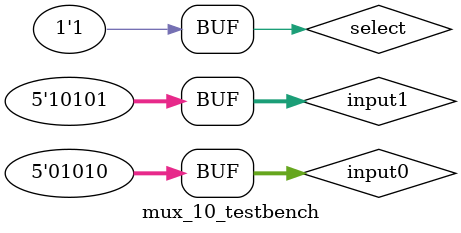
<source format=sv>
`timescale 10ps/1fs
module mux_10 (input0, input1, select, out);
	// Declare signals
	input logic [4:0] input0, input1;
	input logic select;
	output logic [4:0] out;

	// Generate 5 2:1 muxes to output a 5-bit signal into signal "out"
	genvar i;
	generate 
		for (i = 0; i < 5; i++) begin : eachRouteMux
			mux_2 aMux (.in({input1[i], input0[i]}), .sel(select), .out(out[i]));
		end
	endgenerate 

endmodule

// Testing every input/select possibility to ensure the mux works.
module mux_10_testbench();
	logic [4:0] input0, input1;
	logic select;
	logic [4:0] out;
	
	mux_10 dut (.input0, .input1, .select, .out);
	
	// Begin testing
	initial begin
		// Load the values for input0 and input1
		for (int i = 0; i < 2**4; i++) begin
			input0[i] = i**2;
			input1[i] = ~i**2;
		end
		// Determine the output based off the provided select value
		for (int i = 0; i < 2; i++) begin
			select = i; #1000;
		end
		
	end
endmodule
</source>
